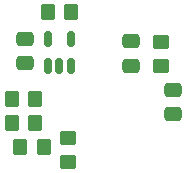
<source format=gbr>
%TF.GenerationSoftware,KiCad,Pcbnew,6.0.7-f9a2dced07~116~ubuntu20.04.1*%
%TF.CreationDate,2022-09-22T11:15:32+02:00*%
%TF.ProjectId,piezo_sensor_amplifier,7069657a-6f5f-4736-956e-736f725f616d,1.0*%
%TF.SameCoordinates,Original*%
%TF.FileFunction,Paste,Top*%
%TF.FilePolarity,Positive*%
%FSLAX46Y46*%
G04 Gerber Fmt 4.6, Leading zero omitted, Abs format (unit mm)*
G04 Created by KiCad (PCBNEW 6.0.7-f9a2dced07~116~ubuntu20.04.1) date 2022-09-22 11:15:32*
%MOMM*%
%LPD*%
G01*
G04 APERTURE LIST*
G04 Aperture macros list*
%AMRoundRect*
0 Rectangle with rounded corners*
0 $1 Rounding radius*
0 $2 $3 $4 $5 $6 $7 $8 $9 X,Y pos of 4 corners*
0 Add a 4 corners polygon primitive as box body*
4,1,4,$2,$3,$4,$5,$6,$7,$8,$9,$2,$3,0*
0 Add four circle primitives for the rounded corners*
1,1,$1+$1,$2,$3*
1,1,$1+$1,$4,$5*
1,1,$1+$1,$6,$7*
1,1,$1+$1,$8,$9*
0 Add four rect primitives between the rounded corners*
20,1,$1+$1,$2,$3,$4,$5,0*
20,1,$1+$1,$4,$5,$6,$7,0*
20,1,$1+$1,$6,$7,$8,$9,0*
20,1,$1+$1,$8,$9,$2,$3,0*%
G04 Aperture macros list end*
%ADD10RoundRect,0.250000X-0.475000X0.337500X-0.475000X-0.337500X0.475000X-0.337500X0.475000X0.337500X0*%
%ADD11RoundRect,0.250000X-0.350000X-0.450000X0.350000X-0.450000X0.350000X0.450000X-0.350000X0.450000X0*%
%ADD12RoundRect,0.250000X-0.450000X0.350000X-0.450000X-0.350000X0.450000X-0.350000X0.450000X0.350000X0*%
%ADD13RoundRect,0.250000X0.350000X0.450000X-0.350000X0.450000X-0.350000X-0.450000X0.350000X-0.450000X0*%
%ADD14RoundRect,0.150000X0.150000X-0.512500X0.150000X0.512500X-0.150000X0.512500X-0.150000X-0.512500X0*%
G04 APERTURE END LIST*
D10*
%TO.C,C3*%
X102616000Y-96477000D03*
X102616000Y-98552000D03*
%TD*%
D11*
%TO.C,R2*%
X92472000Y-103378000D03*
X94472000Y-103378000D03*
%TD*%
D12*
%TO.C,C2*%
X97282000Y-104680000D03*
X97282000Y-106680000D03*
%TD*%
D11*
%TO.C,C1*%
X93218000Y-105410000D03*
X95218000Y-105410000D03*
%TD*%
D10*
%TO.C,C5*%
X106172000Y-100584000D03*
X106172000Y-102659000D03*
%TD*%
%TO.C,C4*%
X93573600Y-96266000D03*
X93573600Y-98341000D03*
%TD*%
D12*
%TO.C,R4*%
X105156000Y-96552000D03*
X105156000Y-98552000D03*
%TD*%
D13*
%TO.C,R1*%
X94472000Y-101346000D03*
X92472000Y-101346000D03*
%TD*%
D14*
%TO.C,U1*%
X95570000Y-98552000D03*
X96520000Y-98552000D03*
X97470000Y-98552000D03*
X97470000Y-96277000D03*
X95570000Y-96277000D03*
%TD*%
D13*
%TO.C,R3*%
X97536000Y-93980000D03*
X95536000Y-93980000D03*
%TD*%
M02*

</source>
